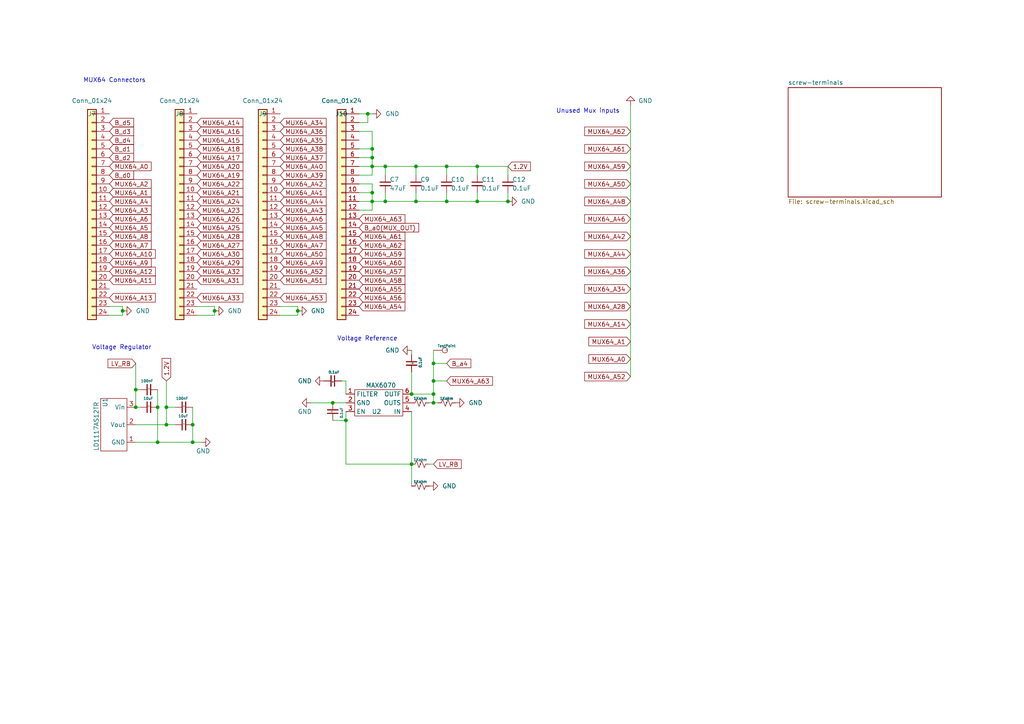
<source format=kicad_sch>
(kicad_sch (version 20211123) (generator eeschema)
  (paper "A4")
  (lib_symbols
    (symbol "Connector:TestPoint" (pin_numbers hide) (pin_names (offset 0.762) hide)
      (property "Reference" "TP" (at 0 6.858 0))
      (property "Value" "TestPoint" (at 0 5.08 0))
      (symbol "TestPoint_0_1"
        (circle (center 0 3.302) (radius 0.762))
      )
      (symbol "TestPoint_1_1"
        (pin passive line (at 0 0 90) (length 2.54) (name "1") (number "1"))
      )
    )
    (symbol "Connector_Generic:Conn_01x24" (pin_names (offset 1.016) hide)
      (property "Reference" "J" (at 0 30.48 0))
      (property "Value" "Conn_01x24" (at 0 -33.02 0))
      (symbol "Conn_01x24_1_1"
        (rectangle (start -1.27 -30.353) (end 0 -30.607) (stroke (width 0.1524)))
        (rectangle (start -1.27 -27.813) (end 0 -28.067) (stroke (width 0.1524)))
        (rectangle (start -1.27 -25.273) (end 0 -25.527) (stroke (width 0.1524)))
        (rectangle (start -1.27 -22.733) (end 0 -22.987) (stroke (width 0.1524)))
        (rectangle (start -1.27 -20.193) (end 0 -20.447) (stroke (width 0.1524)))
        (rectangle (start -1.27 -17.653) (end 0 -17.907) (stroke (width 0.1524)))
        (rectangle (start -1.27 -15.113) (end 0 -15.367) (stroke (width 0.1524)))
        (rectangle (start -1.27 -12.573) (end 0 -12.827) (stroke (width 0.1524)))
        (rectangle (start -1.27 -10.033) (end 0 -10.287) (stroke (width 0.1524)))
        (rectangle (start -1.27 -7.493) (end 0 -7.747) (stroke (width 0.1524)))
        (rectangle (start -1.27 -4.953) (end 0 -5.207) (stroke (width 0.1524)))
        (rectangle (start -1.27 -2.413) (end 0 -2.667) (stroke (width 0.1524)))
        (rectangle (start -1.27 0.127) (end 0 -0.127) (stroke (width 0.1524)))
        (rectangle (start -1.27 2.667) (end 0 2.413) (stroke (width 0.1524)))
        (rectangle (start -1.27 5.207) (end 0 4.953) (stroke (width 0.1524)))
        (rectangle (start -1.27 7.747) (end 0 7.493) (stroke (width 0.1524)))
        (rectangle (start -1.27 10.287) (end 0 10.033) (stroke (width 0.1524)))
        (rectangle (start -1.27 12.827) (end 0 12.573) (stroke (width 0.1524)))
        (rectangle (start -1.27 15.367) (end 0 15.113) (stroke (width 0.1524)))
        (rectangle (start -1.27 17.907) (end 0 17.653) (stroke (width 0.1524)))
        (rectangle (start -1.27 20.447) (end 0 20.193) (stroke (width 0.1524)))
        (rectangle (start -1.27 22.987) (end 0 22.733) (stroke (width 0.1524)))
        (rectangle (start -1.27 25.527) (end 0 25.273) (stroke (width 0.1524)))
        (rectangle (start -1.27 28.067) (end 0 27.813) (stroke (width 0.1524)))
        (rectangle (start -1.27 29.21) (end 1.27 -31.75) (stroke (width 0.254)) (fill (type background)))
        (pin passive line (at -5.08 27.94 0) (length 3.81) (name "Pin_1") (number "1"))
        (pin passive line (at -5.08 5.08 0) (length 3.81) (name "Pin_10") (number "10"))
        (pin passive line (at -5.08 2.54 0) (length 3.81) (name "Pin_11") (number "11"))
        (pin passive line (at -5.08 0 0) (length 3.81) (name "Pin_12") (number "12"))
        (pin passive line (at -5.08 -2.54 0) (length 3.81) (name "Pin_13") (number "13"))
        (pin passive line (at -5.08 -5.08 0) (length 3.81) (name "Pin_14") (number "14"))
        (pin passive line (at -5.08 -7.62 0) (length 3.81) (name "Pin_15") (number "15"))
        (pin passive line (at -5.08 -10.16 0) (length 3.81) (name "Pin_16") (number "16"))
        (pin passive line (at -5.08 -12.7 0) (length 3.81) (name "Pin_17") (number "17"))
        (pin passive line (at -5.08 -15.24 0) (length 3.81) (name "Pin_18") (number "18"))
        (pin passive line (at -5.08 -17.78 0) (length 3.81) (name "Pin_19") (number "19"))
        (pin passive line (at -5.08 25.4 0) (length 3.81) (name "Pin_2") (number "2"))
        (pin passive line (at -5.08 -20.32 0) (length 3.81) (name "Pin_20") (number "20"))
        (pin passive line (at -5.08 -22.86 0) (length 3.81) (name "Pin_21") (number "21"))
        (pin passive line (at -5.08 -25.4 0) (length 3.81) (name "Pin_22") (number "22"))
        (pin passive line (at -5.08 -27.94 0) (length 3.81) (name "Pin_23") (number "23"))
        (pin passive line (at -5.08 -30.48 0) (length 3.81) (name "Pin_24") (number "24"))
        (pin passive line (at -5.08 22.86 0) (length 3.81) (name "Pin_3") (number "3"))
        (pin passive line (at -5.08 20.32 0) (length 3.81) (name "Pin_4") (number "4"))
        (pin passive line (at -5.08 17.78 0) (length 3.81) (name "Pin_5") (number "5"))
        (pin passive line (at -5.08 15.24 0) (length 3.81) (name "Pin_6") (number "6"))
        (pin passive line (at -5.08 12.7 0) (length 3.81) (name "Pin_7") (number "7"))
        (pin passive line (at -5.08 10.16 0) (length 3.81) (name "Pin_8") (number "8"))
        (pin passive line (at -5.08 7.62 0) (length 3.81) (name "Pin_9") (number "9"))
      )
    )
    (symbol "Device:C_Small" (pin_numbers hide) (pin_names (offset 0.254) hide)
      (property "Reference" "C" (at 0.254 1.778 0))
      (property "Value" "C_Small" (at 0.254 -2.032 0))
      (symbol "C_Small_0_1"
        (polyline (pts (xy -1.524 -0.508) (xy 1.524 -0.508)) (stroke (width 0.3302)))
        (polyline (pts (xy -1.524 0.508) (xy 1.524 0.508)) (stroke (width 0.3048)))
      )
      (symbol "C_Small_1_1"
        (pin passive line (at 0 2.54 270) (length 2.032) (name "~") (number "1"))
        (pin passive line (at 0 -2.54 90) (length 2.032) (name "~") (number "2"))
      )
    )
    (symbol "Device:R_Small_US" (pin_numbers hide) (pin_names (offset 0.254) hide)
      (property "Reference" "R" (at 0.762 0.508 0))
      (property "Value" "R_Small_US" (at 0.762 -1.016 0))
      (symbol "R_Small_US_1_1"
        (polyline (pts (xy 0 0) (xy 1.016 -0.381) (xy 0 -0.762) (xy -1.016 -1.143) (xy 0 -1.524)))
        (polyline (pts (xy 0 1.524) (xy 1.016 1.143) (xy 0 0.762) (xy -1.016 0.381) (xy 0 0)))
        (pin passive line (at 0 2.54 270) (length 1.016) (name "~") (number "1"))
        (pin passive line (at 0 -2.54 90) (length 1.016) (name "~") (number "2"))
      )
    )
    (symbol "Reference_Voltage:MAX6070"
      (property "Reference" "U" (at 0 -5.08 0))
      (property "Value" "MAX6070" (at 0 5.08 0))
      (symbol "MAX6070_0_1"
        (rectangle (start -7.62 3.81) (end 6.35 -3.81))
      )
      (symbol "MAX6070_1_1"
        (pin input line (at -10.16 2.54 0) (length 2.54) (name "FILTER") (number "1"))
        (pin input line (at -10.16 0 0) (length 2.54) (name "GND") (number "2"))
        (pin input line (at -10.16 -2.54 0) (length 2.54) (name "EN") (number "3"))
        (pin input line (at 8.89 -2.54 180) (length 2.54) (name "IN") (number "4"))
        (pin input line (at 8.89 0 180) (length 2.54) (name "OUTS") (number "5"))
        (pin input line (at 8.89 2.54 180) (length 2.54) (name "OUTF") (number "6"))
      )
    )
    (symbol "Regulator_Linear:LD1117AS12TR"
      (property "Reference" "U" (at 6.35 -5.08 0))
      (property "Value" "LD1117AS12TR" (at 0 5.08 0))
      (symbol "LD1117AS12TR_0_1"
        (rectangle (start -7.62 3.81) (end 7.62 -3.81))
      )
      (symbol "LD1117AS12TR_1_1"
        (pin input line (at -5.08 -6.35 90) (length 2.54) (name "GND") (number "1"))
        (pin input line (at 0 -6.35 90) (length 2.54) (name "Vout") (number "2"))
        (pin input line (at 5.08 -6.35 90) (length 2.54) (name "Vin") (number "3"))
      )
    )
    (symbol "power:GND" (power) (pin_names (offset 0))
      (property "Value" "GND" (at 0 -3.81 0))
      (symbol "GND_0_1"
        (polyline (pts (xy 0 0) (xy 0 -1.27) (xy 1.27 -1.27) (xy 0 -2.54) (xy -1.27 -1.27) (xy 0 -1.27)))
      )
      (symbol "GND_1_1"
        (pin power_in line (at 0 0 270) (length 0) hide (name "GND") (number "1"))
      )
    )
  )
  (junction (at 48.26 118.11))
  (junction (at 107.95 48.26))
  (junction (at 119.38 114.3))
  (junction (at 111.76 48.26))
  (junction (at 55.88 128.27))
  (junction (at 45.72 128.27))
  (junction (at 39.37 113.03))
  (junction (at 125.73 116.84))
  (junction (at 55.88 123.19))
  (junction (at 39.37 118.11))
  (junction (at 147.32 58.42))
  (junction (at 111.76 58.42))
  (junction (at 86.36 90.17))
  (junction (at 107.95 45.72))
  (junction (at 100.33 121.92))
  (junction (at 120.65 58.42))
  (junction (at 107.95 58.42))
  (junction (at 125.73 110.49))
  (junction (at 45.72 118.11))
  (junction (at 107.95 55.88))
  (junction (at 138.43 58.42))
  (junction (at 138.43 48.26))
  (junction (at 129.54 58.42))
  (junction (at 62.23 90.17))
  (junction (at 125.73 114.3))
  (junction (at 106.68 33.02))
  (junction (at 35.56 90.17))
  (junction (at 96.52 116.84))
  (junction (at 107.95 43.18))
  (junction (at 120.65 48.26))
  (junction (at 48.26 123.19))
  (junction (at 125.73 105.41))
  (junction (at 129.54 48.26))
  (junction (at 119.38 134.62))
  (wire (pts (xy 129.54 55.88) (xy 129.54 58.42)))
  (wire (pts (xy 104.14 58.42) (xy 107.95 58.42)))
  (wire (pts (xy 111.76 55.88) (xy 111.76 58.42)))
  (wire (pts (xy 48.26 123.19) (xy 50.8 123.19)))
  (wire (pts (xy 39.37 123.19) (xy 48.26 123.19)))
  (wire (pts (xy 48.26 118.11) (xy 50.8 118.11)))
  (wire (pts (xy 104.14 33.02) (xy 106.68 33.02)))
  (wire (pts (xy 45.72 128.27) (xy 45.72 118.11)))
  (wire (pts (xy 39.37 113.03) (xy 40.64 113.03)))
  (wire (pts (xy 104.14 55.88) (xy 107.95 55.88)))
  (wire (pts (xy 31.75 91.44) (xy 35.56 91.44)))
  (wire (pts (xy 147.32 58.42) (xy 138.43 58.42)))
  (wire (pts (xy 35.56 88.9) (xy 35.56 90.17)))
  (wire (pts (xy 81.28 88.9) (xy 86.36 88.9)))
  (wire (pts (xy 129.54 48.26) (xy 138.43 48.26)))
  (wire (pts (xy 107.95 58.42) (xy 107.95 60.96)))
  (wire (pts (xy 119.38 101.6) (xy 119.38 102.87)))
  (wire (pts (xy 120.65 48.26) (xy 129.54 48.26)))
  (wire (pts (xy 125.73 101.6) (xy 125.73 105.41)))
  (wire (pts (xy 106.68 35.56) (xy 106.68 33.02)))
  (wire (pts (xy 40.64 118.11) (xy 39.37 118.11)))
  (wire (pts (xy 35.56 91.44) (xy 35.56 90.17)))
  (wire (pts (xy 100.33 110.49) (xy 99.06 110.49)))
  (wire (pts (xy 48.26 110.49) (xy 48.26 118.11)))
  (wire (pts (xy 125.73 116.84) (xy 127 116.84)))
  (wire (pts (xy 106.68 33.02) (xy 107.95 33.02)))
  (wire (pts (xy 125.73 114.3) (xy 125.73 116.84)))
  (wire (pts (xy 55.88 118.11) (xy 55.88 123.19)))
  (wire (pts (xy 100.33 114.3) (xy 100.33 110.49)))
  (wire (pts (xy 120.65 48.26) (xy 120.65 50.8)))
  (wire (pts (xy 104.14 50.8) (xy 107.95 50.8)))
  (wire (pts (xy 182.88 30.48) (xy 182.88 109.22)))
  (wire (pts (xy 129.54 58.42) (xy 120.65 58.42)))
  (wire (pts (xy 96.52 116.84) (xy 100.33 116.84)))
  (wire (pts (xy 125.73 110.49) (xy 129.54 110.49)))
  (wire (pts (xy 48.26 118.11) (xy 48.26 123.19)))
  (wire (pts (xy 100.33 134.62) (xy 119.38 134.62)))
  (wire (pts (xy 120.65 55.88) (xy 120.65 58.42)))
  (wire (pts (xy 39.37 113.03) (xy 39.37 118.11)))
  (wire (pts (xy 104.14 38.1) (xy 107.95 38.1)))
  (wire (pts (xy 119.38 107.95) (xy 119.38 114.3)))
  (wire (pts (xy 138.43 48.26) (xy 138.43 50.8)))
  (wire (pts (xy 81.28 91.44) (xy 86.36 91.44)))
  (wire (pts (xy 58.42 128.27) (xy 55.88 128.27)))
  (wire (pts (xy 55.88 128.27) (xy 55.88 123.19)))
  (wire (pts (xy 31.75 88.9) (xy 35.56 88.9)))
  (wire (pts (xy 86.36 91.44) (xy 86.36 90.17)))
  (wire (pts (xy 111.76 58.42) (xy 107.95 58.42)))
  (wire (pts (xy 100.33 134.62) (xy 100.33 121.92)))
  (wire (pts (xy 125.73 110.49) (xy 125.73 114.3)))
  (wire (pts (xy 138.43 55.88) (xy 138.43 58.42)))
  (wire (pts (xy 96.52 121.92) (xy 100.33 121.92)))
  (wire (pts (xy 107.95 45.72) (xy 107.95 48.26)))
  (wire (pts (xy 100.33 119.38) (xy 100.33 121.92)))
  (wire (pts (xy 107.95 48.26) (xy 107.95 50.8)))
  (wire (pts (xy 107.95 55.88) (xy 107.95 58.42)))
  (wire (pts (xy 111.76 50.8) (xy 111.76 48.26)))
  (wire (pts (xy 120.65 58.42) (xy 111.76 58.42)))
  (wire (pts (xy 138.43 48.26) (xy 147.32 48.26)))
  (wire (pts (xy 104.14 48.26) (xy 107.95 48.26)))
  (wire (pts (xy 119.38 114.3) (xy 125.73 114.3)))
  (wire (pts (xy 125.73 105.41) (xy 125.73 110.49)))
  (wire (pts (xy 111.76 48.26) (xy 120.65 48.26)))
  (wire (pts (xy 119.38 119.38) (xy 119.38 134.62)))
  (wire (pts (xy 107.95 38.1) (xy 107.95 43.18)))
  (wire (pts (xy 107.95 43.18) (xy 104.14 43.18)))
  (wire (pts (xy 147.32 55.88) (xy 147.32 58.42)))
  (wire (pts (xy 124.46 116.84) (xy 125.73 116.84)))
  (wire (pts (xy 147.32 50.8) (xy 147.32 48.26)))
  (wire (pts (xy 86.36 88.9) (xy 86.36 90.17)))
  (wire (pts (xy 104.14 53.34) (xy 107.95 53.34)))
  (wire (pts (xy 39.37 105.41) (xy 39.37 113.03)))
  (wire (pts (xy 57.15 88.9) (xy 62.23 88.9)))
  (wire (pts (xy 90.17 116.84) (xy 96.52 116.84)))
  (wire (pts (xy 104.14 45.72) (xy 107.95 45.72)))
  (wire (pts (xy 57.15 91.44) (xy 62.23 91.44)))
  (wire (pts (xy 125.73 105.41) (xy 129.54 105.41)))
  (wire (pts (xy 55.88 128.27) (xy 45.72 128.27)))
  (wire (pts (xy 45.72 113.03) (xy 45.72 118.11)))
  (wire (pts (xy 119.38 134.62) (xy 119.38 140.97)))
  (wire (pts (xy 107.95 53.34) (xy 107.95 55.88)))
  (wire (pts (xy 104.14 60.96) (xy 107.95 60.96)))
  (wire (pts (xy 125.73 134.62) (xy 124.46 134.62)))
  (wire (pts (xy 129.54 48.26) (xy 129.54 50.8)))
  (wire (pts (xy 62.23 91.44) (xy 62.23 90.17)))
  (wire (pts (xy 45.72 128.27) (xy 39.37 128.27)))
  (wire (pts (xy 104.14 35.56) (xy 106.68 35.56)))
  (wire (pts (xy 107.95 45.72) (xy 107.95 43.18)))
  (wire (pts (xy 62.23 88.9) (xy 62.23 90.17)))
  (wire (pts (xy 138.43 58.42) (xy 129.54 58.42)))
  (wire (pts (xy 111.76 48.26) (xy 107.95 48.26)))
  (text "Unused Mux inputs" (at 161.29 33.02 0) (effects (font (size 1.27 1.27)) (justify left bottom)))
  (text "Voltage Reference" (at 97.79 99.06 0) (effects (font (size 1.27 1.27)) (justify left bottom)))
  (text "Voltage Regulator" (at 26.67 101.6 0) (effects (font (size 1.27 1.27)) (justify left bottom)))
  (text "MUX64 Connectors" (at 24.13 24.13 0) (effects (font (size 1.27 1.27)) (justify left bottom)))
  (global_label "MUX64_A34" (shape input) (at 182.88 83.82 180) (property "Intersheet References" "${INTERSHEET_REFS}" (effects hide)))
  (global_label "MUX64_A11" (shape input) (at 31.75 81.28 0) (property "Intersheet References" "${INTERSHEET_REFS}" (effects hide)))
  (global_label "MUX64_A42" (shape input) (at 81.28 53.34 0) (property "Intersheet References" "${INTERSHEET_REFS}" (effects hide)))
  (global_label "MUX64_A52" (shape input) (at 182.88 109.22 180) (property "Intersheet References" "${INTERSHEET_REFS}" (effects hide)))
  (global_label "MUX64_A8" (shape input) (at 31.75 68.58 0) (property "Intersheet References" "${INTERSHEET_REFS}" (effects hide)))
  (global_label "MUX64_A36" (shape input) (at 182.88 78.74 180) (property "Intersheet References" "${INTERSHEET_REFS}" (effects hide)))
  (global_label "MUX64_A18" (shape input) (at 57.15 43.18 0) (property "Intersheet References" "${INTERSHEET_REFS}" (effects hide)))
  (global_label "MUX64_A39" (shape input) (at 81.28 50.8 0) (property "Intersheet References" "${INTERSHEET_REFS}" (effects hide)))
  (global_label "MUX64_A61" (shape input) (at 104.14 68.58 0) (property "Intersheet References" "${INTERSHEET_REFS}" (effects hide)))
  (global_label "MUX64_A55" (shape input) (at 104.14 83.82 0) (property "Intersheet References" "${INTERSHEET_REFS}" (effects hide)))
  (global_label "MUX64_A31" (shape input) (at 57.15 81.28 0) (property "Intersheet References" "${INTERSHEET_REFS}" (effects hide)))
  (global_label "B_d1" (shape input) (at 31.75 43.18 0) (property "Intersheet References" "${INTERSHEET_REFS}" (effects hide)))
  (global_label "MUX64_A20" (shape input) (at 57.15 48.26 0) (property "Intersheet References" "${INTERSHEET_REFS}" (effects hide)))
  (global_label "MUX64_A62" (shape input) (at 104.14 71.12 0) (property "Intersheet References" "${INTERSHEET_REFS}" (effects hide)))
  (global_label "MUX64_A59" (shape input) (at 104.14 73.66 0) (property "Intersheet References" "${INTERSHEET_REFS}" (effects hide)))
  (global_label "MUX64_A10" (shape input) (at 31.75 73.66 0) (property "Intersheet References" "${INTERSHEET_REFS}" (effects hide)))
  (global_label "LV_RB" (shape input) (at 125.73 134.62 0) (property "Intersheet References" "${INTERSHEET_REFS}" (effects hide)))
  (global_label "MUX64_A37" (shape input) (at 81.28 45.72 0) (property "Intersheet References" "${INTERSHEET_REFS}" (effects hide)))
  (global_label "MUX64_A63" (shape input) (at 104.14 63.5 0) (property "Intersheet References" "${INTERSHEET_REFS}" (effects hide)))
  (global_label "MUX64_A40" (shape input) (at 81.28 48.26 0) (property "Intersheet References" "${INTERSHEET_REFS}" (effects hide)))
  (global_label "1.2V" (shape input) (at 48.26 110.49 90) (property "Intersheet References" "${INTERSHEET_REFS}" (effects hide)))
  (global_label "MUX64_A47" (shape input) (at 81.28 71.12 0) (property "Intersheet References" "${INTERSHEET_REFS}" (effects hide)))
  (global_label "LV_RB" (shape input) (at 39.37 105.41 180) (property "Intersheet References" "${INTERSHEET_REFS}" (effects hide)))
  (global_label "MUX64_A0" (shape input) (at 182.88 104.14 180) (property "Intersheet References" "${INTERSHEET_REFS}" (effects hide)))
  (global_label "MUX64_A1" (shape input) (at 182.88 99.06 180) (property "Intersheet References" "${INTERSHEET_REFS}" (effects hide)))
  (global_label "MUX64_A13" (shape input) (at 31.75 86.36 0) (property "Intersheet References" "${INTERSHEET_REFS}" (effects hide)))
  (global_label "MUX64_A50" (shape input) (at 81.28 73.66 0) (property "Intersheet References" "${INTERSHEET_REFS}" (effects hide)))
  (global_label "B_a4" (shape input) (at 129.54 105.41 0) (property "Intersheet References" "${INTERSHEET_REFS}" (effects hide)))
  (global_label "MUX64_A26" (shape input) (at 57.15 63.5 0) (property "Intersheet References" "${INTERSHEET_REFS}" (effects hide)))
  (global_label "MUX64_A5" (shape input) (at 31.75 66.04 0) (property "Intersheet References" "${INTERSHEET_REFS}" (effects hide)))
  (global_label "MUX64_A24" (shape input) (at 57.15 58.42 0) (property "Intersheet References" "${INTERSHEET_REFS}" (effects hide)))
  (global_label "MUX64_A7" (shape input) (at 31.75 71.12 0) (property "Intersheet References" "${INTERSHEET_REFS}" (effects hide)))
  (global_label "MUX64_A16" (shape input) (at 57.15 38.1 0) (property "Intersheet References" "${INTERSHEET_REFS}" (effects hide)))
  (global_label "MUX64_A48" (shape input) (at 81.28 68.58 0) (property "Intersheet References" "${INTERSHEET_REFS}" (effects hide)))
  (global_label "MUX64_A27" (shape input) (at 57.15 71.12 0) (property "Intersheet References" "${INTERSHEET_REFS}" (effects hide)))
  (global_label "B_a0(MUX_OUT)" (shape input) (at 104.14 66.04 0) (property "Intersheet References" "${INTERSHEET_REFS}" (effects hide)))
  (global_label "MUX64_A28" (shape input) (at 57.15 68.58 0) (property "Intersheet References" "${INTERSHEET_REFS}" (effects hide)))
  (global_label "B_d0" (shape input) (at 31.75 50.8 0) (property "Intersheet References" "${INTERSHEET_REFS}" (effects hide)))
  (global_label "MUX64_A38" (shape input) (at 81.28 43.18 0) (property "Intersheet References" "${INTERSHEET_REFS}" (effects hide)))
  (global_label "MUX64_A12" (shape input) (at 31.75 78.74 0) (property "Intersheet References" "${INTERSHEET_REFS}" (effects hide)))
  (global_label "MUX64_A6" (shape input) (at 31.75 63.5 0) (property "Intersheet References" "${INTERSHEET_REFS}" (effects hide)))
  (global_label "MUX64_A14" (shape input) (at 182.88 93.98 180) (property "Intersheet References" "${INTERSHEET_REFS}" (effects hide)))
  (global_label "1.2V" (shape input) (at 147.32 48.26 0) (property "Intersheet References" "${INTERSHEET_REFS}" (effects hide)))
  (global_label "MUX64_A49" (shape input) (at 81.28 76.2 0) (property "Intersheet References" "${INTERSHEET_REFS}" (effects hide)))
  (global_label "B_d4" (shape input) (at 31.75 40.64 0) (property "Intersheet References" "${INTERSHEET_REFS}" (effects hide)))
  (global_label "MUX64_A62" (shape input) (at 182.88 38.1 180) (property "Intersheet References" "${INTERSHEET_REFS}" (effects hide)))
  (global_label "MUX64_A57" (shape input) (at 104.14 78.74 0) (property "Intersheet References" "${INTERSHEET_REFS}" (effects hide)))
  (global_label "MUX64_A42" (shape input) (at 182.88 68.58 180) (property "Intersheet References" "${INTERSHEET_REFS}" (effects hide)))
  (global_label "MUX64_A44" (shape input) (at 182.88 73.66 180) (property "Intersheet References" "${INTERSHEET_REFS}" (effects hide)))
  (global_label "MUX64_A50" (shape input) (at 182.88 53.34 180) (property "Intersheet References" "${INTERSHEET_REFS}" (effects hide)))
  (global_label "MUX64_A32" (shape input) (at 57.15 78.74 0) (property "Intersheet References" "${INTERSHEET_REFS}" (effects hide)))
  (global_label "MUX64_A4" (shape input) (at 31.75 58.42 0) (property "Intersheet References" "${INTERSHEET_REFS}" (effects hide)))
  (global_label "MUX64_A9" (shape input) (at 31.75 76.2 0) (property "Intersheet References" "${INTERSHEET_REFS}" (effects hide)))
  (global_label "MUX64_A48" (shape input) (at 182.88 58.42 180) (property "Intersheet References" "${INTERSHEET_REFS}" (effects hide)))
  (global_label "MUX64_A52" (shape input) (at 81.28 78.74 0) (property "Intersheet References" "${INTERSHEET_REFS}" (effects hide)))
  (global_label "MUX64_A28" (shape input) (at 182.88 88.9 180) (property "Intersheet References" "${INTERSHEET_REFS}" (effects hide)))
  (global_label "MUX64_A36" (shape input) (at 81.28 38.1 0) (property "Intersheet References" "${INTERSHEET_REFS}" (effects hide)))
  (global_label "MUX64_A3" (shape input) (at 31.75 60.96 0) (property "Intersheet References" "${INTERSHEET_REFS}" (effects hide)))
  (global_label "MUX64_A29" (shape input) (at 57.15 76.2 0) (property "Intersheet References" "${INTERSHEET_REFS}" (effects hide)))
  (global_label "MUX64_A14" (shape input) (at 57.15 35.56 0) (property "Intersheet References" "${INTERSHEET_REFS}" (effects hide)))
  (global_label "MUX64_A41" (shape input) (at 81.28 55.88 0) (property "Intersheet References" "${INTERSHEET_REFS}" (effects hide)))
  (global_label "MUX64_A34" (shape input) (at 81.28 35.56 0) (property "Intersheet References" "${INTERSHEET_REFS}" (effects hide)))
  (global_label "MUX64_A46" (shape input) (at 182.88 63.5 180) (property "Intersheet References" "${INTERSHEET_REFS}" (effects hide)))
  (global_label "B_d3" (shape input) (at 31.75 38.1 0) (property "Intersheet References" "${INTERSHEET_REFS}" (effects hide)))
  (global_label "B_d2" (shape input) (at 31.75 45.72 0) (property "Intersheet References" "${INTERSHEET_REFS}" (effects hide)))
  (global_label "MUX64_A0" (shape input) (at 31.75 48.26 0) (property "Intersheet References" "${INTERSHEET_REFS}" (effects hide)))
  (global_label "MUX64_A22" (shape input) (at 57.15 53.34 0) (property "Intersheet References" "${INTERSHEET_REFS}" (effects hide)))
  (global_label "MUX64_A53" (shape input) (at 81.28 86.36 0) (property "Intersheet References" "${INTERSHEET_REFS}" (effects hide)))
  (global_label "MUX64_A63" (shape input) (at 129.54 110.49 0) (property "Intersheet References" "${INTERSHEET_REFS}" (effects hide)))
  (global_label "MUX64_A2" (shape input) (at 31.75 53.34 0) (property "Intersheet References" "${INTERSHEET_REFS}" (effects hide)))
  (global_label "MUX64_A46" (shape input) (at 81.28 63.5 0) (property "Intersheet References" "${INTERSHEET_REFS}" (effects hide)))
  (global_label "MUX64_A61" (shape input) (at 182.88 43.18 180) (property "Intersheet References" "${INTERSHEET_REFS}" (effects hide)))
  (global_label "MUX64_A23" (shape input) (at 57.15 60.96 0) (property "Intersheet References" "${INTERSHEET_REFS}" (effects hide)))
  (global_label "MUX64_A30" (shape input) (at 57.15 73.66 0) (property "Intersheet References" "${INTERSHEET_REFS}" (effects hide)))
  (global_label "MUX64_A54" (shape input) (at 104.14 88.9 0) (property "Intersheet References" "${INTERSHEET_REFS}" (effects hide)))
  (global_label "MUX64_A43" (shape input) (at 81.28 60.96 0) (property "Intersheet References" "${INTERSHEET_REFS}" (effects hide)))
  (global_label "MUX64_A15" (shape input) (at 57.15 40.64 0) (property "Intersheet References" "${INTERSHEET_REFS}" (effects hide)))
  (global_label "MUX64_A21" (shape input) (at 57.15 55.88 0) (property "Intersheet References" "${INTERSHEET_REFS}" (effects hide)))
  (global_label "MUX64_A44" (shape input) (at 81.28 58.42 0) (property "Intersheet References" "${INTERSHEET_REFS}" (effects hide)))
  (global_label "MUX64_A45" (shape input) (at 81.28 66.04 0) (property "Intersheet References" "${INTERSHEET_REFS}" (effects hide)))
  (global_label "MUX64_A33" (shape input) (at 57.15 86.36 0) (property "Intersheet References" "${INTERSHEET_REFS}" (effects hide)))
  (global_label "B_d5" (shape input) (at 31.75 35.56 0) (property "Intersheet References" "${INTERSHEET_REFS}" (effects hide)))
  (global_label "MUX64_A60" (shape input) (at 104.14 76.2 0) (property "Intersheet References" "${INTERSHEET_REFS}" (effects hide)))
  (global_label "MUX64_A19" (shape input) (at 57.15 50.8 0) (property "Intersheet References" "${INTERSHEET_REFS}" (effects hide)))
  (global_label "MUX64_A1" (shape input) (at 31.75 55.88 0) (property "Intersheet References" "${INTERSHEET_REFS}" (effects hide)))
  (global_label "MUX64_A17" (shape input) (at 57.15 45.72 0) (property "Intersheet References" "${INTERSHEET_REFS}" (effects hide)))
  (global_label "MUX64_A56" (shape input) (at 104.14 86.36 0) (property "Intersheet References" "${INTERSHEET_REFS}" (effects hide)))
  (global_label "MUX64_A35" (shape input) (at 81.28 40.64 0) (property "Intersheet References" "${INTERSHEET_REFS}" (effects hide)))
  (global_label "MUX64_A51" (shape input) (at 81.28 81.28 0) (property "Intersheet References" "${INTERSHEET_REFS}" (effects hide)))
  (global_label "MUX64_A58" (shape input) (at 104.14 81.28 0) (property "Intersheet References" "${INTERSHEET_REFS}" (effects hide)))
  (global_label "MUX64_A59" (shape input) (at 182.88 48.26 180) (property "Intersheet References" "${INTERSHEET_REFS}" (effects hide)))
  (global_label "MUX64_A25" (shape input) (at 57.15 66.04 0) (property "Intersheet References" "${INTERSHEET_REFS}" (effects hide)))
  (symbol (lib_id "Connector_Generic:Conn_01x24") (at 99.06 60.96 0) (mirror y) (unit 1)
    (property "Reference" "J10" (at 99.06 33.02 0))
    (property "Value" "Conn_01x24" (at 99.06 29.21 0))
    (property "Footprint" "Connector_PinSocket_2.54mm:PinSocket_2x12_P2.54mm_Vertical" (effects hide))
  )
  (symbol (lib_id "power:GND") (at 62.23 90.17 90) (unit 1)
    (property "Reference" "#PWR0230" (effects hide))
    (property "Value" "GND" (at 66.04 90.1699 90) (effects (justify right)))
  )
  (symbol (lib_id "Reference_Voltage:MAX6070") (at 110.49 116.84 0) (unit 1)
    (property "Reference" "U2" (at 109.22 119.38 0))
    (property "Value" "MAX6070" (at 110.49 111.76 0))
    (property "Footprint" "Package_TO_SOT_SMD:SOT-23-6" (effects hide))
  )
  (symbol (lib_id "Connector_Generic:Conn_01x24") (at 26.67 60.96 0) (mirror y) (unit 1)
    (property "Reference" "J7" (at 26.67 33.02 0))
    (property "Value" "Conn_01x24" (at 26.67 29.21 0))
    (property "Footprint" "Connector_PinSocket_2.54mm:PinSocket_2x12_P2.54mm_Vertical" (effects hide))
  )
  (symbol (lib_id "Device:R_Small_US") (at 121.92 134.62 90) (unit 1)
    (property "Reference" "R5" (at 121.92 134.62 90) (effects (font (size 0.25 0.25))))
    (property "Value" "1Kohm" (at 121.92 133.35 90) (effects (font (size 0.75 0.75))))
    (property "Footprint" "Resistor_SMD:R_0805_2012Metric" (effects hide))
  )
  (symbol (lib_id "Device:C_Small") (at 120.65 53.34 0) (unit 1)
    (property "Reference" "C9" (at 121.92 52.07 0) (effects (justify left)))
    (property "Value" "0.1uF" (at 121.92 54.61 0) (effects (justify left)))
    (property "Footprint" "Capacitor_SMD:C_0805_2012Metric" (effects hide))
  )
  (symbol (lib_id "power:GND") (at 119.38 101.6 270) (unit 1)
    (property "Reference" "#PWR0130" (effects hide))
    (property "Value" "GND" (at 111.76 101.6 90) (effects (justify left)))
  )
  (symbol (lib_id "Device:C_Small") (at 147.32 53.34 0) (unit 1)
    (property "Reference" "C12" (at 148.59 52.07 0) (effects (justify left)))
    (property "Value" "0.1uF" (at 148.59 54.61 0) (effects (justify left)))
    (property "Footprint" "Capacitor_SMD:C_0805_2012Metric" (effects hide))
  )
  (symbol (lib_id "power:GND") (at 124.46 140.97 90) (unit 1)
    (property "Reference" "#PWR0125" (effects hide))
    (property "Value" "GND" (at 128.27 140.9699 90) (effects (justify right)))
  )
  (symbol (lib_id "Device:C_Small") (at 53.34 118.11 90) (unit 1)
    (property "Reference" "C3" (at 53.34 118.11 0) (effects (font (size 0.25 0.25)) (justify left)))
    (property "Value" "100nF" (at 54.61 115.57 90) (effects (font (size 0.75 0.75)) (justify left)))
    (property "Footprint" "Capacitor_SMD:C_0805_2012Metric" (effects hide))
  )
  (symbol (lib_id "power:GND") (at 107.95 33.02 90) (unit 1)
    (property "Reference" "#PWR0129" (effects hide))
    (property "Value" "GND" (at 111.76 33.0199 90) (effects (justify right)))
  )
  (symbol (lib_id "Device:C_Small") (at 43.18 118.11 90) (unit 1)
    (property "Reference" "C2" (at 43.18 118.11 0) (effects (font (size 0.25 0.25)) (justify left)))
    (property "Value" "10uF" (at 44.45 115.57 90) (effects (font (size 0.75 0.75)) (justify left)))
    (property "Footprint" "Capacitor_SMD:C_0805_2012Metric" (effects hide))
  )
  (symbol (lib_id "power:GND") (at 90.17 116.84 270) (unit 1)
    (property "Reference" "#PWR0126" (effects hide))
    (property "Value" "GND" (at 86.36 119.38 90) (effects (justify left)))
  )
  (symbol (lib_id "Device:C_Small") (at 138.43 53.34 0) (unit 1)
    (property "Reference" "C11" (at 139.7 52.07 0) (effects (justify left)))
    (property "Value" "0.1uF" (at 139.7 54.61 0) (effects (justify left)))
    (property "Footprint" "Capacitor_SMD:C_0805_2012Metric" (effects hide))
  )
  (symbol (lib_id "Device:R_Small_US") (at 121.92 116.84 90) (unit 1)
    (property "Reference" "R4" (at 121.92 116.84 90) (effects (font (size 0.25 0.25))))
    (property "Value" "1Kohm" (at 121.92 115.57 90) (effects (font (size 0.75 0.75))))
    (property "Footprint" "Resistor_SMD:R_0805_2012Metric" (effects hide))
  )
  (symbol (lib_id "Connector_Generic:Conn_01x24") (at 76.2 60.96 0) (mirror y) (unit 1)
    (property "Reference" "J9" (at 76.2 33.02 0))
    (property "Value" "Conn_01x24" (at 76.2 29.21 0))
    (property "Footprint" "Connector_PinSocket_2.54mm:PinSocket_2x12_P2.54mm_Vertical" (effects hide))
  )
  (symbol (lib_id "Device:C_Small") (at 53.34 123.19 90) (unit 1)
    (property "Reference" "C4" (at 53.34 123.19 0) (effects (font (size 0.25 0.25)) (justify left)))
    (property "Value" "10uF" (at 54.61 120.65 90) (effects (font (size 0.75 0.75)) (justify left)))
    (property "Footprint" "Capacitor_SMD:C_0805_2012Metric" (effects hide))
  )
  (symbol (lib_id "power:GND") (at 147.32 58.42 90) (unit 1)
    (property "Reference" "#PWR0229" (effects hide))
    (property "Value" "GND" (at 151.13 58.4199 90) (effects (justify right)))
  )
  (symbol (lib_id "power:GND") (at 182.88 30.48 180) (unit 1)
    (property "Reference" "#PWR0178" (effects hide))
    (property "Value" "GND" (at 189.23 29.21 0) (effects (justify left)))
  )
  (symbol (lib_id "power:GND") (at 58.42 128.27 90) (unit 1)
    (property "Reference" "#PWR0128" (effects hide))
    (property "Value" "GND" (at 60.96 130.81 90) (effects (justify left)))
  )
  (symbol (lib_id "Connector_Generic:Conn_01x24") (at 52.07 60.96 0) (mirror y) (unit 1)
    (property "Reference" "J8" (at 52.07 33.02 0))
    (property "Value" "Conn_01x24" (at 52.07 29.21 0))
    (property "Footprint" "Connector_PinSocket_2.54mm:PinSocket_2x12_P2.54mm_Vertical" (effects hide))
  )
  (symbol (lib_id "power:GND") (at 132.08 116.84 90) (unit 1)
    (property "Reference" "#PWR0131" (effects hide))
    (property "Value" "GND" (at 135.89 116.8399 90) (effects (justify right)))
  )
  (symbol (lib_id "power:GND") (at 35.56 90.17 90) (unit 1)
    (property "Reference" "#PWR0231" (effects hide))
    (property "Value" "GND" (at 39.37 90.1699 90) (effects (justify right)))
  )
  (symbol (lib_id "power:GND") (at 93.98 110.49 270) (unit 1)
    (property "Reference" "#PWR0127" (effects hide))
    (property "Value" "GND" (at 86.36 110.49 90) (effects (justify left)))
  )
  (symbol (lib_id "power:GND") (at 86.36 90.17 90) (unit 1)
    (property "Reference" "#PWR0232" (effects hide))
    (property "Value" "GND" (at 90.17 90.1699 90) (effects (justify right)))
  )
  (symbol (lib_id "Connector:TestPoint") (at 125.73 101.6 270) (unit 1)
    (property "Reference" "TP1" (at 129.54 101.6 90) (effects (font (size 0.25 0.25))))
    (property "Value" "TestPoint" (at 129.54 100.33 90) (effects (font (size 0.75 0.75))))
    (property "Footprint" "TestPoint:TestPoint_Pad_D2.5mm" (effects hide))
  )
  (symbol (lib_id "Device:C_Small") (at 119.38 105.41 0) (unit 1)
    (property "Reference" "C8" (at 119.38 105.41 0) (effects (font (size 0.25 0.25)) (justify left)))
    (property "Value" "0.1uF" (at 121.92 106.68 90) (effects (font (size 0.75 0.75)) (justify left)))
    (property "Footprint" "Capacitor_SMD:C_0805_2012Metric" (effects hide))
  )
  (symbol (lib_id "Device:C_Small") (at 96.52 110.49 270) (unit 1)
    (property "Reference" "C5" (at 96.52 110.49 0) (effects (font (size 0.25 0.25)) (justify left)))
    (property "Value" "0.1uF" (at 95.25 107.95 90) (effects (font (size 0.75 0.75)) (justify left)))
    (property "Footprint" "Capacitor_SMD:C_0805_2012Metric" (effects hide))
  )
  (symbol (lib_id "Device:C_Small") (at 43.18 113.03 90) (unit 1)
    (property "Reference" "C1" (at 43.18 113.03 0) (effects (font (size 0.25 0.25)) (justify left)))
    (property "Value" "100nF" (at 44.45 110.49 90) (effects (font (size 0.75 0.75)) (justify left)))
    (property "Footprint" "Capacitor_SMD:C_0805_2012Metric" (effects hide))
  )
  (symbol (lib_id "Device:C_Small") (at 96.52 119.38 180) (unit 1)
    (property "Reference" "C6" (at 96.52 119.38 0) (effects (font (size 0.25 0.25)) (justify left)))
    (property "Value" "0.1uF" (at 99.06 118.11 90) (effects (font (size 0.75 0.75)) (justify left)))
    (property "Footprint" "Capacitor_SMD:C_0805_2012Metric" (effects hide))
  )
  (symbol (lib_id "Device:C_Small") (at 129.54 53.34 0) (unit 1)
    (property "Reference" "C10" (at 130.81 52.07 0) (effects (justify left)))
    (property "Value" "0.1uF" (at 130.81 54.61 0) (effects (justify left)))
    (property "Footprint" "Capacitor_SMD:C_0805_2012Metric" (effects hide))
  )
  (symbol (lib_id "Regulator_Linear:LD1117AS12TR") (at 33.02 123.19 90) (unit 1)
    (property "Reference" "U1" (at 30.48 118.11 0) (effects (justify left)))
    (property "Value" "LD1117AS12TR" (at 27.94 130.81 0) (effects (justify left)))
    (property "Footprint" "Package_TO_SOT_SMD:SOT-223-3_TabPin2" (effects hide))
  )
  (symbol (lib_id "Device:R_Small_US") (at 121.92 140.97 90) (unit 1)
    (property "Reference" "R6" (at 121.92 140.97 90) (effects (font (size 0.25 0.25))))
    (property "Value" "1Kohm" (at 121.92 139.7 90) (effects (font (size 0.75 0.75))))
    (property "Footprint" "Resistor_SMD:R_0805_2012Metric" (effects hide))
  )
  (symbol (lib_id "Device:R_Small_US") (at 129.54 116.84 90) (unit 1)
    (property "Reference" "R7" (at 129.54 116.84 90) (effects (font (size 0.25 0.25))))
    (property "Value" "1Kohm" (at 129.54 115.57 90) (effects (font (size 0.75 0.75))))
    (property "Footprint" "Resistor_SMD:R_0805_2012Metric" (effects hide))
  )
  (symbol (lib_id "Device:C_Small") (at 111.76 53.34 0) (unit 1)
    (property "Reference" "C7" (at 113.03 52.07 0) (effects (justify left)))
    (property "Value" "47uF" (at 113.03 54.61 0) (effects (justify left)))
    (property "Footprint" "Capacitor_SMD:C_0805_2012Metric" (effects hide))
  )
  (sheet (at 228.6 25.4) (size 44.45 31.75) (stroke (width 0.1524))
    (property "Sheet name" "screw-terminals" (at 228.6 24.6884 0) (effects (justify left bottom)))
    (property "Sheet file" "screw-terminals.kicad_sch" (at 228.6 57.7346 0) (effects (justify left top)))
  )
)
</source>
